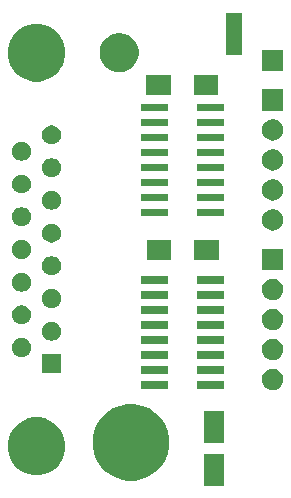
<source format=gbr>
G04 #@! TF.GenerationSoftware,KiCad,Pcbnew,(5.1.5-0-10_14)*
G04 #@! TF.CreationDate,2020-04-14T07:35:52+01:00*
G04 #@! TF.ProjectId,RS422,52533432-322e-46b6-9963-61645f706362,rev?*
G04 #@! TF.SameCoordinates,Original*
G04 #@! TF.FileFunction,Soldermask,Top*
G04 #@! TF.FilePolarity,Negative*
%FSLAX46Y46*%
G04 Gerber Fmt 4.6, Leading zero omitted, Abs format (unit mm)*
G04 Created by KiCad (PCBNEW (5.1.5-0-10_14)) date 2020-04-14 07:35:52*
%MOMM*%
%LPD*%
G04 APERTURE LIST*
%ADD10C,0.100000*%
G04 APERTURE END LIST*
D10*
G36*
X130471000Y-101231000D02*
G01*
X128769000Y-101231000D01*
X128769000Y-98529000D01*
X130471000Y-98529000D01*
X130471000Y-101231000D01*
G37*
G36*
X123254239Y-94391467D02*
G01*
X123568282Y-94453934D01*
X124159926Y-94699001D01*
X124692392Y-95054784D01*
X125145216Y-95507608D01*
X125500999Y-96040074D01*
X125746066Y-96631718D01*
X125746066Y-96631719D01*
X125856135Y-97185070D01*
X125871000Y-97259804D01*
X125871000Y-97900196D01*
X125746066Y-98528282D01*
X125500999Y-99119926D01*
X125145216Y-99652392D01*
X124692392Y-100105216D01*
X124159926Y-100460999D01*
X123568282Y-100706066D01*
X123254239Y-100768533D01*
X122940197Y-100831000D01*
X122299803Y-100831000D01*
X121985761Y-100768533D01*
X121671718Y-100706066D01*
X121080074Y-100460999D01*
X120547608Y-100105216D01*
X120094784Y-99652392D01*
X119739001Y-99119926D01*
X119493934Y-98528282D01*
X119369000Y-97900196D01*
X119369000Y-97259804D01*
X119383866Y-97185070D01*
X119493934Y-96631719D01*
X119493934Y-96631718D01*
X119739001Y-96040074D01*
X120094784Y-95507608D01*
X120547608Y-95054784D01*
X121080074Y-94699001D01*
X121671718Y-94453934D01*
X121985761Y-94391467D01*
X122299803Y-94329000D01*
X122940197Y-94329000D01*
X123254239Y-94391467D01*
G37*
G36*
X115334929Y-95543190D02*
G01*
X115780982Y-95727951D01*
X115780984Y-95727952D01*
X116182421Y-95996184D01*
X116523816Y-96337579D01*
X116720354Y-96631718D01*
X116792049Y-96739018D01*
X116976810Y-97185071D01*
X117071000Y-97658596D01*
X117071000Y-98141404D01*
X116976810Y-98614929D01*
X116792049Y-99060982D01*
X116792048Y-99060984D01*
X116523816Y-99462421D01*
X116182421Y-99803816D01*
X115780984Y-100072048D01*
X115780983Y-100072049D01*
X115780982Y-100072049D01*
X115334929Y-100256810D01*
X114861404Y-100351000D01*
X114378596Y-100351000D01*
X113905071Y-100256810D01*
X113459018Y-100072049D01*
X113459017Y-100072049D01*
X113459016Y-100072048D01*
X113057579Y-99803816D01*
X112716184Y-99462421D01*
X112447952Y-99060984D01*
X112447951Y-99060982D01*
X112263190Y-98614929D01*
X112169000Y-98141404D01*
X112169000Y-97658596D01*
X112263190Y-97185071D01*
X112447951Y-96739018D01*
X112519647Y-96631718D01*
X112716184Y-96337579D01*
X113057579Y-95996184D01*
X113459016Y-95727952D01*
X113459018Y-95727951D01*
X113905071Y-95543190D01*
X114378596Y-95449000D01*
X114861404Y-95449000D01*
X115334929Y-95543190D01*
G37*
G36*
X130471000Y-97631000D02*
G01*
X128769000Y-97631000D01*
X128769000Y-94929000D01*
X130471000Y-94929000D01*
X130471000Y-97631000D01*
G37*
G36*
X134733512Y-91343927D02*
G01*
X134882812Y-91373624D01*
X135046784Y-91441544D01*
X135194354Y-91540147D01*
X135319853Y-91665646D01*
X135418456Y-91813216D01*
X135486376Y-91977188D01*
X135521000Y-92151259D01*
X135521000Y-92328741D01*
X135486376Y-92502812D01*
X135418456Y-92666784D01*
X135319853Y-92814354D01*
X135194354Y-92939853D01*
X135046784Y-93038456D01*
X134882812Y-93106376D01*
X134733512Y-93136073D01*
X134708742Y-93141000D01*
X134531258Y-93141000D01*
X134506488Y-93136073D01*
X134357188Y-93106376D01*
X134193216Y-93038456D01*
X134045646Y-92939853D01*
X133920147Y-92814354D01*
X133821544Y-92666784D01*
X133753624Y-92502812D01*
X133719000Y-92328741D01*
X133719000Y-92151259D01*
X133753624Y-91977188D01*
X133821544Y-91813216D01*
X133920147Y-91665646D01*
X134045646Y-91540147D01*
X134193216Y-91441544D01*
X134357188Y-91373624D01*
X134506488Y-91343927D01*
X134531258Y-91339000D01*
X134708742Y-91339000D01*
X134733512Y-91343927D01*
G37*
G36*
X130505400Y-93040400D02*
G01*
X128219000Y-93040400D01*
X128219000Y-92379600D01*
X130505400Y-92379600D01*
X130505400Y-93040400D01*
G37*
G36*
X125781000Y-93040400D02*
G01*
X123494600Y-93040400D01*
X123494600Y-92379600D01*
X125781000Y-92379600D01*
X125781000Y-93040400D01*
G37*
G36*
X130505400Y-91770400D02*
G01*
X128219000Y-91770400D01*
X128219000Y-91109600D01*
X130505400Y-91109600D01*
X130505400Y-91770400D01*
G37*
G36*
X125781000Y-91770400D02*
G01*
X123494600Y-91770400D01*
X123494600Y-91109600D01*
X125781000Y-91109600D01*
X125781000Y-91770400D01*
G37*
G36*
X116691000Y-91736000D02*
G01*
X115089000Y-91736000D01*
X115089000Y-90134000D01*
X116691000Y-90134000D01*
X116691000Y-91736000D01*
G37*
G36*
X134733512Y-88803927D02*
G01*
X134882812Y-88833624D01*
X135046784Y-88901544D01*
X135194354Y-89000147D01*
X135319853Y-89125646D01*
X135418456Y-89273216D01*
X135486376Y-89437188D01*
X135521000Y-89611259D01*
X135521000Y-89788741D01*
X135486376Y-89962812D01*
X135418456Y-90126784D01*
X135319853Y-90274354D01*
X135194354Y-90399853D01*
X135046784Y-90498456D01*
X134882812Y-90566376D01*
X134733512Y-90596073D01*
X134708742Y-90601000D01*
X134531258Y-90601000D01*
X134506488Y-90596073D01*
X134357188Y-90566376D01*
X134193216Y-90498456D01*
X134045646Y-90399853D01*
X133920147Y-90274354D01*
X133821544Y-90126784D01*
X133753624Y-89962812D01*
X133719000Y-89788741D01*
X133719000Y-89611259D01*
X133753624Y-89437188D01*
X133821544Y-89273216D01*
X133920147Y-89125646D01*
X134045646Y-89000147D01*
X134193216Y-88901544D01*
X134357188Y-88833624D01*
X134506488Y-88803927D01*
X134531258Y-88799000D01*
X134708742Y-88799000D01*
X134733512Y-88803927D01*
G37*
G36*
X130505400Y-90500400D02*
G01*
X128219000Y-90500400D01*
X128219000Y-89839600D01*
X130505400Y-89839600D01*
X130505400Y-90500400D01*
G37*
G36*
X125781000Y-90500400D02*
G01*
X123494600Y-90500400D01*
X123494600Y-89839600D01*
X125781000Y-89839600D01*
X125781000Y-90500400D01*
G37*
G36*
X113583642Y-88779781D02*
G01*
X113713632Y-88833625D01*
X113729416Y-88840163D01*
X113860608Y-88927822D01*
X113972178Y-89039392D01*
X114029811Y-89125647D01*
X114059838Y-89170586D01*
X114120219Y-89316358D01*
X114151000Y-89471107D01*
X114151000Y-89628893D01*
X114120219Y-89783642D01*
X114097040Y-89839600D01*
X114059837Y-89929416D01*
X113972178Y-90060608D01*
X113860608Y-90172178D01*
X113729416Y-90259837D01*
X113729415Y-90259838D01*
X113729414Y-90259838D01*
X113583642Y-90320219D01*
X113428893Y-90351000D01*
X113271107Y-90351000D01*
X113116358Y-90320219D01*
X112970586Y-90259838D01*
X112970585Y-90259838D01*
X112970584Y-90259837D01*
X112839392Y-90172178D01*
X112727822Y-90060608D01*
X112640163Y-89929416D01*
X112602960Y-89839600D01*
X112579781Y-89783642D01*
X112549000Y-89628893D01*
X112549000Y-89471107D01*
X112579781Y-89316358D01*
X112640162Y-89170586D01*
X112670189Y-89125647D01*
X112727822Y-89039392D01*
X112839392Y-88927822D01*
X112970584Y-88840163D01*
X112986368Y-88833625D01*
X113116358Y-88779781D01*
X113271107Y-88749000D01*
X113428893Y-88749000D01*
X113583642Y-88779781D01*
G37*
G36*
X130505400Y-89230400D02*
G01*
X128219000Y-89230400D01*
X128219000Y-88569600D01*
X130505400Y-88569600D01*
X130505400Y-89230400D01*
G37*
G36*
X125781000Y-89230400D02*
G01*
X123494600Y-89230400D01*
X123494600Y-88569600D01*
X125781000Y-88569600D01*
X125781000Y-89230400D01*
G37*
G36*
X116123642Y-87394781D02*
G01*
X116269414Y-87455162D01*
X116269416Y-87455163D01*
X116400608Y-87542822D01*
X116512178Y-87654392D01*
X116565606Y-87734354D01*
X116599838Y-87785586D01*
X116660219Y-87931358D01*
X116691000Y-88086107D01*
X116691000Y-88243893D01*
X116660219Y-88398642D01*
X116599838Y-88544414D01*
X116599837Y-88544416D01*
X116512178Y-88675608D01*
X116400608Y-88787178D01*
X116269416Y-88874837D01*
X116269415Y-88874838D01*
X116269414Y-88874838D01*
X116123642Y-88935219D01*
X115968893Y-88966000D01*
X115811107Y-88966000D01*
X115656358Y-88935219D01*
X115510586Y-88874838D01*
X115510585Y-88874838D01*
X115510584Y-88874837D01*
X115379392Y-88787178D01*
X115267822Y-88675608D01*
X115180163Y-88544416D01*
X115180162Y-88544414D01*
X115119781Y-88398642D01*
X115089000Y-88243893D01*
X115089000Y-88086107D01*
X115119781Y-87931358D01*
X115180162Y-87785586D01*
X115214394Y-87734354D01*
X115267822Y-87654392D01*
X115379392Y-87542822D01*
X115510584Y-87455163D01*
X115510586Y-87455162D01*
X115656358Y-87394781D01*
X115811107Y-87364000D01*
X115968893Y-87364000D01*
X116123642Y-87394781D01*
G37*
G36*
X134733512Y-86263927D02*
G01*
X134882812Y-86293624D01*
X135046784Y-86361544D01*
X135194354Y-86460147D01*
X135319853Y-86585646D01*
X135418456Y-86733216D01*
X135486376Y-86897188D01*
X135521000Y-87071259D01*
X135521000Y-87248741D01*
X135486376Y-87422812D01*
X135418456Y-87586784D01*
X135319853Y-87734354D01*
X135194354Y-87859853D01*
X135046784Y-87958456D01*
X134882812Y-88026376D01*
X134733512Y-88056073D01*
X134708742Y-88061000D01*
X134531258Y-88061000D01*
X134506488Y-88056073D01*
X134357188Y-88026376D01*
X134193216Y-87958456D01*
X134045646Y-87859853D01*
X133920147Y-87734354D01*
X133821544Y-87586784D01*
X133753624Y-87422812D01*
X133719000Y-87248741D01*
X133719000Y-87071259D01*
X133753624Y-86897188D01*
X133821544Y-86733216D01*
X133920147Y-86585646D01*
X134045646Y-86460147D01*
X134193216Y-86361544D01*
X134357188Y-86293624D01*
X134506488Y-86263927D01*
X134531258Y-86259000D01*
X134708742Y-86259000D01*
X134733512Y-86263927D01*
G37*
G36*
X125781000Y-87960400D02*
G01*
X123494600Y-87960400D01*
X123494600Y-87299600D01*
X125781000Y-87299600D01*
X125781000Y-87960400D01*
G37*
G36*
X130505400Y-87960400D02*
G01*
X128219000Y-87960400D01*
X128219000Y-87299600D01*
X130505400Y-87299600D01*
X130505400Y-87960400D01*
G37*
G36*
X113583642Y-86009781D02*
G01*
X113729414Y-86070162D01*
X113729416Y-86070163D01*
X113860608Y-86157822D01*
X113972178Y-86269392D01*
X114059837Y-86400584D01*
X114059838Y-86400586D01*
X114120219Y-86546358D01*
X114151000Y-86701107D01*
X114151000Y-86858893D01*
X114120219Y-87013642D01*
X114096353Y-87071259D01*
X114059837Y-87159416D01*
X113972178Y-87290608D01*
X113860608Y-87402178D01*
X113729416Y-87489837D01*
X113729415Y-87489838D01*
X113729414Y-87489838D01*
X113583642Y-87550219D01*
X113428893Y-87581000D01*
X113271107Y-87581000D01*
X113116358Y-87550219D01*
X112970586Y-87489838D01*
X112970585Y-87489838D01*
X112970584Y-87489837D01*
X112839392Y-87402178D01*
X112727822Y-87290608D01*
X112640163Y-87159416D01*
X112603647Y-87071259D01*
X112579781Y-87013642D01*
X112549000Y-86858893D01*
X112549000Y-86701107D01*
X112579781Y-86546358D01*
X112640162Y-86400586D01*
X112640163Y-86400584D01*
X112727822Y-86269392D01*
X112839392Y-86157822D01*
X112970584Y-86070163D01*
X112970586Y-86070162D01*
X113116358Y-86009781D01*
X113271107Y-85979000D01*
X113428893Y-85979000D01*
X113583642Y-86009781D01*
G37*
G36*
X130505400Y-86690400D02*
G01*
X128219000Y-86690400D01*
X128219000Y-86029600D01*
X130505400Y-86029600D01*
X130505400Y-86690400D01*
G37*
G36*
X125781000Y-86690400D02*
G01*
X123494600Y-86690400D01*
X123494600Y-86029600D01*
X125781000Y-86029600D01*
X125781000Y-86690400D01*
G37*
G36*
X116123642Y-84624781D02*
G01*
X116269414Y-84685162D01*
X116269416Y-84685163D01*
X116400608Y-84772822D01*
X116512178Y-84884392D01*
X116599837Y-85015584D01*
X116599838Y-85015586D01*
X116660219Y-85161358D01*
X116691000Y-85316107D01*
X116691000Y-85473893D01*
X116660219Y-85628642D01*
X116599838Y-85774414D01*
X116599837Y-85774416D01*
X116512178Y-85905608D01*
X116400608Y-86017178D01*
X116269416Y-86104837D01*
X116269415Y-86104838D01*
X116269414Y-86104838D01*
X116123642Y-86165219D01*
X115968893Y-86196000D01*
X115811107Y-86196000D01*
X115656358Y-86165219D01*
X115510586Y-86104838D01*
X115510585Y-86104838D01*
X115510584Y-86104837D01*
X115379392Y-86017178D01*
X115267822Y-85905608D01*
X115180163Y-85774416D01*
X115180162Y-85774414D01*
X115119781Y-85628642D01*
X115089000Y-85473893D01*
X115089000Y-85316107D01*
X115119781Y-85161358D01*
X115180162Y-85015586D01*
X115180163Y-85015584D01*
X115267822Y-84884392D01*
X115379392Y-84772822D01*
X115510584Y-84685163D01*
X115510586Y-84685162D01*
X115656358Y-84624781D01*
X115811107Y-84594000D01*
X115968893Y-84594000D01*
X116123642Y-84624781D01*
G37*
G36*
X134733512Y-83723927D02*
G01*
X134882812Y-83753624D01*
X135046784Y-83821544D01*
X135194354Y-83920147D01*
X135319853Y-84045646D01*
X135418456Y-84193216D01*
X135486376Y-84357188D01*
X135516073Y-84506488D01*
X135518882Y-84520608D01*
X135521000Y-84531259D01*
X135521000Y-84708741D01*
X135486376Y-84882812D01*
X135418456Y-85046784D01*
X135319853Y-85194354D01*
X135194354Y-85319853D01*
X135046784Y-85418456D01*
X134882812Y-85486376D01*
X134733512Y-85516073D01*
X134708742Y-85521000D01*
X134531258Y-85521000D01*
X134506488Y-85516073D01*
X134357188Y-85486376D01*
X134193216Y-85418456D01*
X134045646Y-85319853D01*
X133920147Y-85194354D01*
X133821544Y-85046784D01*
X133753624Y-84882812D01*
X133719000Y-84708741D01*
X133719000Y-84531259D01*
X133721119Y-84520608D01*
X133723927Y-84506488D01*
X133753624Y-84357188D01*
X133821544Y-84193216D01*
X133920147Y-84045646D01*
X134045646Y-83920147D01*
X134193216Y-83821544D01*
X134357188Y-83753624D01*
X134506488Y-83723927D01*
X134531258Y-83719000D01*
X134708742Y-83719000D01*
X134733512Y-83723927D01*
G37*
G36*
X130505400Y-85420400D02*
G01*
X128219000Y-85420400D01*
X128219000Y-84759600D01*
X130505400Y-84759600D01*
X130505400Y-85420400D01*
G37*
G36*
X125781000Y-85420400D02*
G01*
X123494600Y-85420400D01*
X123494600Y-84759600D01*
X125781000Y-84759600D01*
X125781000Y-85420400D01*
G37*
G36*
X113583642Y-83239781D02*
G01*
X113729414Y-83300162D01*
X113729416Y-83300163D01*
X113860608Y-83387822D01*
X113972178Y-83499392D01*
X114059837Y-83630584D01*
X114059838Y-83630586D01*
X114120219Y-83776358D01*
X114151000Y-83931107D01*
X114151000Y-84088893D01*
X114120219Y-84243642D01*
X114073186Y-84357189D01*
X114059837Y-84389416D01*
X113972178Y-84520608D01*
X113860608Y-84632178D01*
X113729416Y-84719837D01*
X113729415Y-84719838D01*
X113729414Y-84719838D01*
X113583642Y-84780219D01*
X113428893Y-84811000D01*
X113271107Y-84811000D01*
X113116358Y-84780219D01*
X112970586Y-84719838D01*
X112970585Y-84719838D01*
X112970584Y-84719837D01*
X112839392Y-84632178D01*
X112727822Y-84520608D01*
X112640163Y-84389416D01*
X112626814Y-84357189D01*
X112579781Y-84243642D01*
X112549000Y-84088893D01*
X112549000Y-83931107D01*
X112579781Y-83776358D01*
X112640162Y-83630586D01*
X112640163Y-83630584D01*
X112727822Y-83499392D01*
X112839392Y-83387822D01*
X112970584Y-83300163D01*
X112970586Y-83300162D01*
X113116358Y-83239781D01*
X113271107Y-83209000D01*
X113428893Y-83209000D01*
X113583642Y-83239781D01*
G37*
G36*
X130505400Y-84150400D02*
G01*
X128219000Y-84150400D01*
X128219000Y-83489600D01*
X130505400Y-83489600D01*
X130505400Y-84150400D01*
G37*
G36*
X125781000Y-84150400D02*
G01*
X123494600Y-84150400D01*
X123494600Y-83489600D01*
X125781000Y-83489600D01*
X125781000Y-84150400D01*
G37*
G36*
X116123642Y-81854781D02*
G01*
X116269414Y-81915162D01*
X116269416Y-81915163D01*
X116400608Y-82002822D01*
X116512178Y-82114392D01*
X116599837Y-82245584D01*
X116599838Y-82245586D01*
X116660219Y-82391358D01*
X116691000Y-82546107D01*
X116691000Y-82703893D01*
X116660219Y-82858642D01*
X116609536Y-82981000D01*
X116599837Y-83004416D01*
X116512178Y-83135608D01*
X116400608Y-83247178D01*
X116269416Y-83334837D01*
X116269415Y-83334838D01*
X116269414Y-83334838D01*
X116123642Y-83395219D01*
X115968893Y-83426000D01*
X115811107Y-83426000D01*
X115656358Y-83395219D01*
X115510586Y-83334838D01*
X115510585Y-83334838D01*
X115510584Y-83334837D01*
X115379392Y-83247178D01*
X115267822Y-83135608D01*
X115180163Y-83004416D01*
X115170464Y-82981000D01*
X115119781Y-82858642D01*
X115089000Y-82703893D01*
X115089000Y-82546107D01*
X115119781Y-82391358D01*
X115180162Y-82245586D01*
X115180163Y-82245584D01*
X115267822Y-82114392D01*
X115379392Y-82002822D01*
X115510584Y-81915163D01*
X115510586Y-81915162D01*
X115656358Y-81854781D01*
X115811107Y-81824000D01*
X115968893Y-81824000D01*
X116123642Y-81854781D01*
G37*
G36*
X135521000Y-82981000D02*
G01*
X133719000Y-82981000D01*
X133719000Y-81179000D01*
X135521000Y-81179000D01*
X135521000Y-82981000D01*
G37*
G36*
X130051000Y-82131000D02*
G01*
X127949000Y-82131000D01*
X127949000Y-80429000D01*
X130051000Y-80429000D01*
X130051000Y-82131000D01*
G37*
G36*
X126051000Y-82131000D02*
G01*
X123949000Y-82131000D01*
X123949000Y-80429000D01*
X126051000Y-80429000D01*
X126051000Y-82131000D01*
G37*
G36*
X113583642Y-80469781D02*
G01*
X113729414Y-80530162D01*
X113729416Y-80530163D01*
X113860608Y-80617822D01*
X113972178Y-80729392D01*
X114059837Y-80860584D01*
X114059838Y-80860586D01*
X114120219Y-81006358D01*
X114151000Y-81161107D01*
X114151000Y-81318893D01*
X114120219Y-81473642D01*
X114059838Y-81619414D01*
X114059837Y-81619416D01*
X113972178Y-81750608D01*
X113860608Y-81862178D01*
X113729416Y-81949837D01*
X113729415Y-81949838D01*
X113729414Y-81949838D01*
X113583642Y-82010219D01*
X113428893Y-82041000D01*
X113271107Y-82041000D01*
X113116358Y-82010219D01*
X112970586Y-81949838D01*
X112970585Y-81949838D01*
X112970584Y-81949837D01*
X112839392Y-81862178D01*
X112727822Y-81750608D01*
X112640163Y-81619416D01*
X112640162Y-81619414D01*
X112579781Y-81473642D01*
X112549000Y-81318893D01*
X112549000Y-81161107D01*
X112579781Y-81006358D01*
X112640162Y-80860586D01*
X112640163Y-80860584D01*
X112727822Y-80729392D01*
X112839392Y-80617822D01*
X112970584Y-80530163D01*
X112970586Y-80530162D01*
X113116358Y-80469781D01*
X113271107Y-80439000D01*
X113428893Y-80439000D01*
X113583642Y-80469781D01*
G37*
G36*
X116123642Y-79084781D02*
G01*
X116269414Y-79145162D01*
X116269416Y-79145163D01*
X116400608Y-79232822D01*
X116512178Y-79344392D01*
X116575962Y-79439853D01*
X116599838Y-79475586D01*
X116660219Y-79621358D01*
X116691000Y-79776107D01*
X116691000Y-79933893D01*
X116660219Y-80088642D01*
X116599838Y-80234414D01*
X116599837Y-80234416D01*
X116512178Y-80365608D01*
X116400608Y-80477178D01*
X116269416Y-80564837D01*
X116269415Y-80564838D01*
X116269414Y-80564838D01*
X116123642Y-80625219D01*
X115968893Y-80656000D01*
X115811107Y-80656000D01*
X115656358Y-80625219D01*
X115510586Y-80564838D01*
X115510585Y-80564838D01*
X115510584Y-80564837D01*
X115379392Y-80477178D01*
X115267822Y-80365608D01*
X115180163Y-80234416D01*
X115180162Y-80234414D01*
X115119781Y-80088642D01*
X115089000Y-79933893D01*
X115089000Y-79776107D01*
X115119781Y-79621358D01*
X115180162Y-79475586D01*
X115204038Y-79439853D01*
X115267822Y-79344392D01*
X115379392Y-79232822D01*
X115510584Y-79145163D01*
X115510586Y-79145162D01*
X115656358Y-79084781D01*
X115811107Y-79054000D01*
X115968893Y-79054000D01*
X116123642Y-79084781D01*
G37*
G36*
X134733512Y-77843927D02*
G01*
X134882812Y-77873624D01*
X135046784Y-77941544D01*
X135194354Y-78040147D01*
X135319853Y-78165646D01*
X135418456Y-78313216D01*
X135486376Y-78477188D01*
X135521000Y-78651259D01*
X135521000Y-78828741D01*
X135486376Y-79002812D01*
X135418456Y-79166784D01*
X135319853Y-79314354D01*
X135194354Y-79439853D01*
X135046784Y-79538456D01*
X134882812Y-79606376D01*
X134733512Y-79636073D01*
X134708742Y-79641000D01*
X134531258Y-79641000D01*
X134506488Y-79636073D01*
X134357188Y-79606376D01*
X134193216Y-79538456D01*
X134045646Y-79439853D01*
X133920147Y-79314354D01*
X133821544Y-79166784D01*
X133753624Y-79002812D01*
X133719000Y-78828741D01*
X133719000Y-78651259D01*
X133753624Y-78477188D01*
X133821544Y-78313216D01*
X133920147Y-78165646D01*
X134045646Y-78040147D01*
X134193216Y-77941544D01*
X134357188Y-77873624D01*
X134506488Y-77843927D01*
X134531258Y-77839000D01*
X134708742Y-77839000D01*
X134733512Y-77843927D01*
G37*
G36*
X113583642Y-77699781D02*
G01*
X113729414Y-77760162D01*
X113729416Y-77760163D01*
X113860608Y-77847822D01*
X113972178Y-77959392D01*
X114026136Y-78040147D01*
X114059838Y-78090586D01*
X114120219Y-78236358D01*
X114151000Y-78391107D01*
X114151000Y-78548893D01*
X114120219Y-78703642D01*
X114059838Y-78849414D01*
X114059837Y-78849416D01*
X113972178Y-78980608D01*
X113860608Y-79092178D01*
X113729416Y-79179837D01*
X113729415Y-79179838D01*
X113729414Y-79179838D01*
X113583642Y-79240219D01*
X113428893Y-79271000D01*
X113271107Y-79271000D01*
X113116358Y-79240219D01*
X112970586Y-79179838D01*
X112970585Y-79179838D01*
X112970584Y-79179837D01*
X112839392Y-79092178D01*
X112727822Y-78980608D01*
X112640163Y-78849416D01*
X112640162Y-78849414D01*
X112579781Y-78703642D01*
X112549000Y-78548893D01*
X112549000Y-78391107D01*
X112579781Y-78236358D01*
X112640162Y-78090586D01*
X112673864Y-78040147D01*
X112727822Y-77959392D01*
X112839392Y-77847822D01*
X112970584Y-77760163D01*
X112970586Y-77760162D01*
X113116358Y-77699781D01*
X113271107Y-77669000D01*
X113428893Y-77669000D01*
X113583642Y-77699781D01*
G37*
G36*
X130505400Y-78435400D02*
G01*
X128219000Y-78435400D01*
X128219000Y-77774600D01*
X130505400Y-77774600D01*
X130505400Y-78435400D01*
G37*
G36*
X125781000Y-78435400D02*
G01*
X123494600Y-78435400D01*
X123494600Y-77774600D01*
X125781000Y-77774600D01*
X125781000Y-78435400D01*
G37*
G36*
X116123642Y-76314781D02*
G01*
X116269414Y-76375162D01*
X116269416Y-76375163D01*
X116400608Y-76462822D01*
X116512178Y-76574392D01*
X116599837Y-76705584D01*
X116599838Y-76705586D01*
X116660219Y-76851358D01*
X116691000Y-77006107D01*
X116691000Y-77163893D01*
X116660219Y-77318642D01*
X116599838Y-77464414D01*
X116599837Y-77464416D01*
X116512178Y-77595608D01*
X116400608Y-77707178D01*
X116269416Y-77794837D01*
X116269415Y-77794838D01*
X116269414Y-77794838D01*
X116123642Y-77855219D01*
X115968893Y-77886000D01*
X115811107Y-77886000D01*
X115656358Y-77855219D01*
X115510586Y-77794838D01*
X115510585Y-77794838D01*
X115510584Y-77794837D01*
X115379392Y-77707178D01*
X115267822Y-77595608D01*
X115180163Y-77464416D01*
X115180162Y-77464414D01*
X115119781Y-77318642D01*
X115089000Y-77163893D01*
X115089000Y-77006107D01*
X115119781Y-76851358D01*
X115180162Y-76705586D01*
X115180163Y-76705584D01*
X115267822Y-76574392D01*
X115379392Y-76462822D01*
X115510584Y-76375163D01*
X115510586Y-76375162D01*
X115656358Y-76314781D01*
X115811107Y-76284000D01*
X115968893Y-76284000D01*
X116123642Y-76314781D01*
G37*
G36*
X125781000Y-77165400D02*
G01*
X123494600Y-77165400D01*
X123494600Y-76504600D01*
X125781000Y-76504600D01*
X125781000Y-77165400D01*
G37*
G36*
X130505400Y-77165400D02*
G01*
X128219000Y-77165400D01*
X128219000Y-76504600D01*
X130505400Y-76504600D01*
X130505400Y-77165400D01*
G37*
G36*
X134733512Y-75303927D02*
G01*
X134882812Y-75333624D01*
X135046784Y-75401544D01*
X135194354Y-75500147D01*
X135319853Y-75625646D01*
X135418456Y-75773216D01*
X135486376Y-75937188D01*
X135521000Y-76111259D01*
X135521000Y-76288741D01*
X135486376Y-76462812D01*
X135418456Y-76626784D01*
X135319853Y-76774354D01*
X135194354Y-76899853D01*
X135046784Y-76998456D01*
X134882812Y-77066376D01*
X134733512Y-77096073D01*
X134708742Y-77101000D01*
X134531258Y-77101000D01*
X134506488Y-77096073D01*
X134357188Y-77066376D01*
X134193216Y-76998456D01*
X134045646Y-76899853D01*
X133920147Y-76774354D01*
X133821544Y-76626784D01*
X133753624Y-76462812D01*
X133719000Y-76288741D01*
X133719000Y-76111259D01*
X133753624Y-75937188D01*
X133821544Y-75773216D01*
X133920147Y-75625646D01*
X134045646Y-75500147D01*
X134193216Y-75401544D01*
X134357188Y-75333624D01*
X134506488Y-75303927D01*
X134531258Y-75299000D01*
X134708742Y-75299000D01*
X134733512Y-75303927D01*
G37*
G36*
X113583642Y-74929781D02*
G01*
X113729414Y-74990162D01*
X113729416Y-74990163D01*
X113860608Y-75077822D01*
X113972178Y-75189392D01*
X114045415Y-75299000D01*
X114059838Y-75320586D01*
X114120219Y-75466358D01*
X114151000Y-75621107D01*
X114151000Y-75778893D01*
X114120219Y-75933642D01*
X114059838Y-76079414D01*
X114059837Y-76079416D01*
X113972178Y-76210608D01*
X113860608Y-76322178D01*
X113729416Y-76409837D01*
X113729415Y-76409838D01*
X113729414Y-76409838D01*
X113583642Y-76470219D01*
X113428893Y-76501000D01*
X113271107Y-76501000D01*
X113116358Y-76470219D01*
X112970586Y-76409838D01*
X112970585Y-76409838D01*
X112970584Y-76409837D01*
X112839392Y-76322178D01*
X112727822Y-76210608D01*
X112640163Y-76079416D01*
X112640162Y-76079414D01*
X112579781Y-75933642D01*
X112549000Y-75778893D01*
X112549000Y-75621107D01*
X112579781Y-75466358D01*
X112640162Y-75320586D01*
X112654585Y-75299000D01*
X112727822Y-75189392D01*
X112839392Y-75077822D01*
X112970584Y-74990163D01*
X112970586Y-74990162D01*
X113116358Y-74929781D01*
X113271107Y-74899000D01*
X113428893Y-74899000D01*
X113583642Y-74929781D01*
G37*
G36*
X125781000Y-75895400D02*
G01*
X123494600Y-75895400D01*
X123494600Y-75234600D01*
X125781000Y-75234600D01*
X125781000Y-75895400D01*
G37*
G36*
X130505400Y-75895400D02*
G01*
X128219000Y-75895400D01*
X128219000Y-75234600D01*
X130505400Y-75234600D01*
X130505400Y-75895400D01*
G37*
G36*
X116123642Y-73544781D02*
G01*
X116269414Y-73605162D01*
X116269416Y-73605163D01*
X116400608Y-73692822D01*
X116512178Y-73804392D01*
X116591302Y-73922811D01*
X116599838Y-73935586D01*
X116660219Y-74081358D01*
X116691000Y-74236107D01*
X116691000Y-74393893D01*
X116660219Y-74548642D01*
X116599838Y-74694414D01*
X116599837Y-74694416D01*
X116512178Y-74825608D01*
X116400608Y-74937178D01*
X116269416Y-75024837D01*
X116269415Y-75024838D01*
X116269414Y-75024838D01*
X116123642Y-75085219D01*
X115968893Y-75116000D01*
X115811107Y-75116000D01*
X115656358Y-75085219D01*
X115510586Y-75024838D01*
X115510585Y-75024838D01*
X115510584Y-75024837D01*
X115379392Y-74937178D01*
X115267822Y-74825608D01*
X115180163Y-74694416D01*
X115180162Y-74694414D01*
X115119781Y-74548642D01*
X115089000Y-74393893D01*
X115089000Y-74236107D01*
X115119781Y-74081358D01*
X115180162Y-73935586D01*
X115188698Y-73922811D01*
X115267822Y-73804392D01*
X115379392Y-73692822D01*
X115510584Y-73605163D01*
X115510586Y-73605162D01*
X115656358Y-73544781D01*
X115811107Y-73514000D01*
X115968893Y-73514000D01*
X116123642Y-73544781D01*
G37*
G36*
X130505400Y-74625400D02*
G01*
X128219000Y-74625400D01*
X128219000Y-73964600D01*
X130505400Y-73964600D01*
X130505400Y-74625400D01*
G37*
G36*
X125781000Y-74625400D02*
G01*
X123494600Y-74625400D01*
X123494600Y-73964600D01*
X125781000Y-73964600D01*
X125781000Y-74625400D01*
G37*
G36*
X134733512Y-72763927D02*
G01*
X134882812Y-72793624D01*
X135046784Y-72861544D01*
X135194354Y-72960147D01*
X135319853Y-73085646D01*
X135418456Y-73233216D01*
X135486376Y-73397188D01*
X135521000Y-73571259D01*
X135521000Y-73748741D01*
X135486376Y-73922812D01*
X135418456Y-74086784D01*
X135319853Y-74234354D01*
X135194354Y-74359853D01*
X135046784Y-74458456D01*
X134882812Y-74526376D01*
X134733512Y-74556073D01*
X134708742Y-74561000D01*
X134531258Y-74561000D01*
X134506488Y-74556073D01*
X134357188Y-74526376D01*
X134193216Y-74458456D01*
X134045646Y-74359853D01*
X133920147Y-74234354D01*
X133821544Y-74086784D01*
X133753624Y-73922812D01*
X133719000Y-73748741D01*
X133719000Y-73571259D01*
X133753624Y-73397188D01*
X133821544Y-73233216D01*
X133920147Y-73085646D01*
X134045646Y-72960147D01*
X134193216Y-72861544D01*
X134357188Y-72793624D01*
X134506488Y-72763927D01*
X134531258Y-72759000D01*
X134708742Y-72759000D01*
X134733512Y-72763927D01*
G37*
G36*
X113583642Y-72159781D02*
G01*
X113729414Y-72220162D01*
X113729416Y-72220163D01*
X113860608Y-72307822D01*
X113972178Y-72419392D01*
X114059837Y-72550584D01*
X114059838Y-72550586D01*
X114120219Y-72696358D01*
X114151000Y-72851107D01*
X114151000Y-73008893D01*
X114120219Y-73163642D01*
X114059838Y-73309414D01*
X114059837Y-73309416D01*
X113972178Y-73440608D01*
X113860608Y-73552178D01*
X113729416Y-73639837D01*
X113729415Y-73639838D01*
X113729414Y-73639838D01*
X113583642Y-73700219D01*
X113428893Y-73731000D01*
X113271107Y-73731000D01*
X113116358Y-73700219D01*
X112970586Y-73639838D01*
X112970585Y-73639838D01*
X112970584Y-73639837D01*
X112839392Y-73552178D01*
X112727822Y-73440608D01*
X112640163Y-73309416D01*
X112640162Y-73309414D01*
X112579781Y-73163642D01*
X112549000Y-73008893D01*
X112549000Y-72851107D01*
X112579781Y-72696358D01*
X112640162Y-72550586D01*
X112640163Y-72550584D01*
X112727822Y-72419392D01*
X112839392Y-72307822D01*
X112970584Y-72220163D01*
X112970586Y-72220162D01*
X113116358Y-72159781D01*
X113271107Y-72129000D01*
X113428893Y-72129000D01*
X113583642Y-72159781D01*
G37*
G36*
X130505400Y-73355400D02*
G01*
X128219000Y-73355400D01*
X128219000Y-72694600D01*
X130505400Y-72694600D01*
X130505400Y-73355400D01*
G37*
G36*
X125781000Y-73355400D02*
G01*
X123494600Y-73355400D01*
X123494600Y-72694600D01*
X125781000Y-72694600D01*
X125781000Y-73355400D01*
G37*
G36*
X116123642Y-70774781D02*
G01*
X116269414Y-70835162D01*
X116269416Y-70835163D01*
X116400608Y-70922822D01*
X116512178Y-71034392D01*
X116599837Y-71165584D01*
X116599838Y-71165586D01*
X116660219Y-71311358D01*
X116691000Y-71466107D01*
X116691000Y-71623893D01*
X116660219Y-71778642D01*
X116602306Y-71918456D01*
X116599837Y-71924416D01*
X116512178Y-72055608D01*
X116400608Y-72167178D01*
X116269416Y-72254837D01*
X116269415Y-72254838D01*
X116269414Y-72254838D01*
X116123642Y-72315219D01*
X115968893Y-72346000D01*
X115811107Y-72346000D01*
X115656358Y-72315219D01*
X115510586Y-72254838D01*
X115510585Y-72254838D01*
X115510584Y-72254837D01*
X115379392Y-72167178D01*
X115267822Y-72055608D01*
X115180163Y-71924416D01*
X115177694Y-71918456D01*
X115119781Y-71778642D01*
X115089000Y-71623893D01*
X115089000Y-71466107D01*
X115119781Y-71311358D01*
X115180162Y-71165586D01*
X115180163Y-71165584D01*
X115267822Y-71034392D01*
X115379392Y-70922822D01*
X115510584Y-70835163D01*
X115510586Y-70835162D01*
X115656358Y-70774781D01*
X115811107Y-70744000D01*
X115968893Y-70744000D01*
X116123642Y-70774781D01*
G37*
G36*
X130505400Y-72085400D02*
G01*
X128219000Y-72085400D01*
X128219000Y-71424600D01*
X130505400Y-71424600D01*
X130505400Y-72085400D01*
G37*
G36*
X125781000Y-72085400D02*
G01*
X123494600Y-72085400D01*
X123494600Y-71424600D01*
X125781000Y-71424600D01*
X125781000Y-72085400D01*
G37*
G36*
X134733512Y-70223927D02*
G01*
X134882812Y-70253624D01*
X135046784Y-70321544D01*
X135194354Y-70420147D01*
X135319853Y-70545646D01*
X135418456Y-70693216D01*
X135486376Y-70857188D01*
X135521000Y-71031259D01*
X135521000Y-71208741D01*
X135486376Y-71382812D01*
X135418456Y-71546784D01*
X135319853Y-71694354D01*
X135194354Y-71819853D01*
X135046784Y-71918456D01*
X134882812Y-71986376D01*
X134733512Y-72016073D01*
X134708742Y-72021000D01*
X134531258Y-72021000D01*
X134506488Y-72016073D01*
X134357188Y-71986376D01*
X134193216Y-71918456D01*
X134045646Y-71819853D01*
X133920147Y-71694354D01*
X133821544Y-71546784D01*
X133753624Y-71382812D01*
X133719000Y-71208741D01*
X133719000Y-71031259D01*
X133753624Y-70857188D01*
X133821544Y-70693216D01*
X133920147Y-70545646D01*
X134045646Y-70420147D01*
X134193216Y-70321544D01*
X134357188Y-70253624D01*
X134506488Y-70223927D01*
X134531258Y-70219000D01*
X134708742Y-70219000D01*
X134733512Y-70223927D01*
G37*
G36*
X130505400Y-70815400D02*
G01*
X128219000Y-70815400D01*
X128219000Y-70154600D01*
X130505400Y-70154600D01*
X130505400Y-70815400D01*
G37*
G36*
X125781000Y-70815400D02*
G01*
X123494600Y-70815400D01*
X123494600Y-70154600D01*
X125781000Y-70154600D01*
X125781000Y-70815400D01*
G37*
G36*
X125781000Y-69545400D02*
G01*
X123494600Y-69545400D01*
X123494600Y-68884600D01*
X125781000Y-68884600D01*
X125781000Y-69545400D01*
G37*
G36*
X130505400Y-69545400D02*
G01*
X128219000Y-69545400D01*
X128219000Y-68884600D01*
X130505400Y-68884600D01*
X130505400Y-69545400D01*
G37*
G36*
X135521000Y-69481000D02*
G01*
X133719000Y-69481000D01*
X133719000Y-67679000D01*
X135521000Y-67679000D01*
X135521000Y-69481000D01*
G37*
G36*
X130019000Y-68161000D02*
G01*
X127917000Y-68161000D01*
X127917000Y-66459000D01*
X130019000Y-66459000D01*
X130019000Y-68161000D01*
G37*
G36*
X126019000Y-68161000D02*
G01*
X123917000Y-68161000D01*
X123917000Y-66459000D01*
X126019000Y-66459000D01*
X126019000Y-68161000D01*
G37*
G36*
X115334929Y-62223190D02*
G01*
X115780982Y-62407951D01*
X115780984Y-62407952D01*
X116182421Y-62676184D01*
X116523816Y-63017579D01*
X116710910Y-63297584D01*
X116792049Y-63419018D01*
X116976810Y-63865071D01*
X117071000Y-64338596D01*
X117071000Y-64821404D01*
X116976810Y-65294929D01*
X116837005Y-65632449D01*
X116792048Y-65740984D01*
X116523816Y-66142421D01*
X116182421Y-66483816D01*
X115780984Y-66752048D01*
X115780983Y-66752049D01*
X115780982Y-66752049D01*
X115334929Y-66936810D01*
X114861404Y-67031000D01*
X114378596Y-67031000D01*
X113905071Y-66936810D01*
X113459018Y-66752049D01*
X113459017Y-66752049D01*
X113459016Y-66752048D01*
X113057579Y-66483816D01*
X112716184Y-66142421D01*
X112447952Y-65740984D01*
X112402995Y-65632449D01*
X112263190Y-65294929D01*
X112169000Y-64821404D01*
X112169000Y-64338596D01*
X112263190Y-63865071D01*
X112447951Y-63419018D01*
X112529091Y-63297584D01*
X112716184Y-63017579D01*
X113057579Y-62676184D01*
X113459016Y-62407952D01*
X113459018Y-62407951D01*
X113905071Y-62223190D01*
X114378596Y-62129000D01*
X114861404Y-62129000D01*
X115334929Y-62223190D01*
G37*
G36*
X121995256Y-62971298D02*
G01*
X122101579Y-62992447D01*
X122402042Y-63116903D01*
X122672451Y-63297585D01*
X122902415Y-63527549D01*
X123083097Y-63797958D01*
X123207553Y-64098421D01*
X123271000Y-64417391D01*
X123271000Y-64742609D01*
X123207553Y-65061579D01*
X123083097Y-65362042D01*
X122902415Y-65632451D01*
X122672451Y-65862415D01*
X122402042Y-66043097D01*
X122101579Y-66167553D01*
X121995256Y-66188702D01*
X121782611Y-66231000D01*
X121457389Y-66231000D01*
X121244744Y-66188702D01*
X121138421Y-66167553D01*
X120837958Y-66043097D01*
X120567549Y-65862415D01*
X120337585Y-65632451D01*
X120156903Y-65362042D01*
X120032447Y-65061579D01*
X119969000Y-64742609D01*
X119969000Y-64417391D01*
X120032447Y-64098421D01*
X120156903Y-63797958D01*
X120337585Y-63527549D01*
X120567549Y-63297585D01*
X120837958Y-63116903D01*
X121138421Y-62992447D01*
X121244744Y-62971298D01*
X121457389Y-62929000D01*
X121782611Y-62929000D01*
X121995256Y-62971298D01*
G37*
G36*
X135521000Y-66141000D02*
G01*
X133719000Y-66141000D01*
X133719000Y-64339000D01*
X135521000Y-64339000D01*
X135521000Y-66141000D01*
G37*
G36*
X132004000Y-64798000D02*
G01*
X130632000Y-64798000D01*
X130632000Y-61186000D01*
X132004000Y-61186000D01*
X132004000Y-64798000D01*
G37*
M02*

</source>
